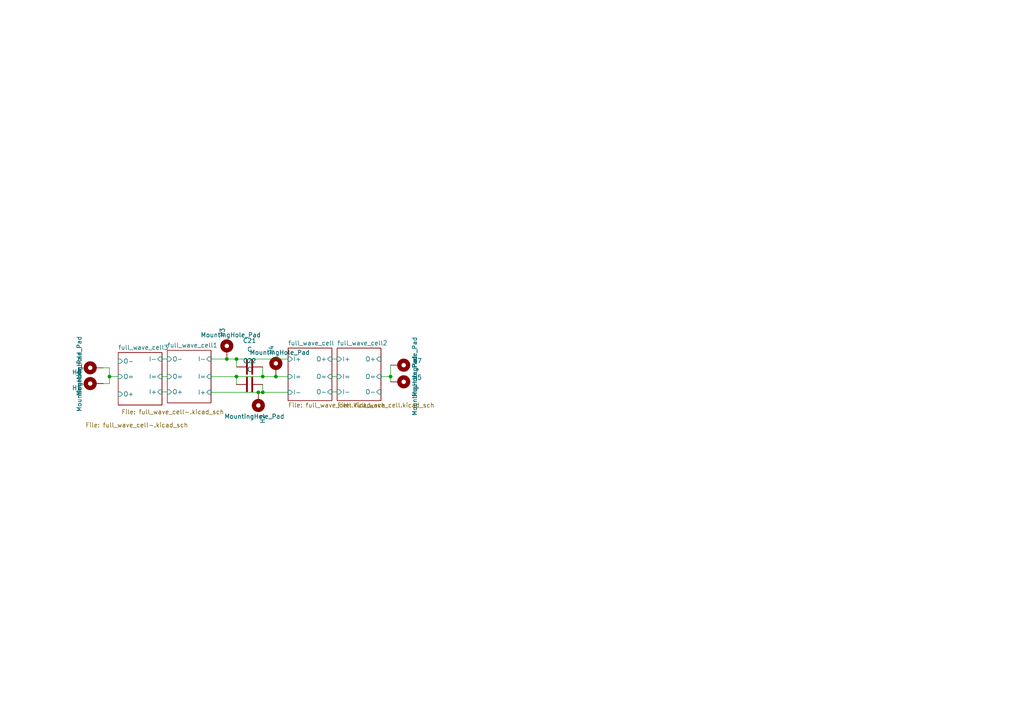
<source format=kicad_sch>
(kicad_sch (version 20230121) (generator eeschema)
  (paper "A4")
  (lib_symbols
    (symbol "Device:C" (pin_numbers hide) (pin_names (offset 0.254))
      (property "Reference" "C" (at 0.635 2.54 0))
      (property "Value" "C" (at 0.635 -2.54 0))
      (symbol "C_0_1"
        (polyline (pts (xy -2.032 -0.762) (xy 2.032 -0.762)) (stroke (width 0.508)))
        (polyline (pts (xy -2.032 0.762) (xy 2.032 0.762)) (stroke (width 0.508)))
      )
      (symbol "C_1_1"
        (pin passive line (at 0 3.81 270) (length 2.794) (name "~") (number "1"))
        (pin passive line (at 0 -3.81 90) (length 2.794) (name "~") (number "2"))
      )
    )
    (symbol "Mechanical:MountingHole_Pad" (pin_numbers hide) (pin_names (offset 1.016) hide)
      (property "Reference" "H" (at 0 6.35 0))
      (property "Value" "MountingHole_Pad" (at 0 4.445 0))
      (symbol "MountingHole_Pad_0_1"
        (circle (center 0 1.27) (radius 1.27) (stroke (width 1.27)))
      )
      (symbol "MountingHole_Pad_1_1"
        (pin input line (at 0 -2.54 90) (length 2.54) (name "1") (number "1"))
      )
    )
  )
  (junction (at 76.2 113.792))
  (junction (at 80.01 109.22))
  (junction (at 74.93 113.792))
  (junction (at 68.58 109.22))
  (junction (at 76.2 109.22))
  (junction (at 65.786 104.14))
  (junction (at 68.58 104.14))
  (junction (at 113.284 109.22))
  (junction (at 31.75 109.22))
  (wire (pts (xy 61.214 109.22) (xy 68.58 109.22)))
  (wire (pts (xy 61.214 113.792) (xy 74.93 113.792)))
  (wire (pts (xy 31.75 109.22) (xy 31.75 106.68)))
  (wire (pts (xy 76.2 109.22) (xy 80.01 109.22)))
  (wire (pts (xy 46.99 104.14) (xy 48.514 104.14)))
  (wire (pts (xy 113.284 109.22) (xy 113.284 110.744)))
  (wire (pts (xy 65.786 104.14) (xy 68.58 104.14)))
  (wire (pts (xy 61.214 104.14) (xy 65.786 104.14)))
  (wire (pts (xy 31.75 109.22) (xy 31.75 111.252)))
  (wire (pts (xy 83.566 113.792) (xy 76.2 113.792)))
  (wire (pts (xy 96.266 113.665) (xy 97.79 113.665)))
  (wire (pts (xy 74.93 113.792) (xy 76.2 113.792)))
  (wire (pts (xy 29.972 111.252) (xy 31.75 111.252)))
  (wire (pts (xy 46.99 113.665) (xy 48.514 113.665)))
  (wire (pts (xy 113.284 109.22) (xy 110.49 109.22)))
  (wire (pts (xy 34.29 109.22) (xy 31.75 109.22)))
  (wire (pts (xy 46.99 109.22) (xy 48.514 109.22)))
  (wire (pts (xy 68.58 109.22) (xy 68.58 111.506)))
  (wire (pts (xy 76.2 106.426) (xy 76.2 109.22)))
  (wire (pts (xy 113.284 105.918) (xy 113.284 109.22)))
  (wire (pts (xy 68.58 106.426) (xy 68.58 104.14)))
  (wire (pts (xy 76.2 113.792) (xy 76.2 111.506)))
  (wire (pts (xy 96.266 109.22) (xy 97.79 109.22)))
  (wire (pts (xy 68.58 109.22) (xy 76.2 109.22)))
  (wire (pts (xy 80.01 109.22) (xy 83.566 109.22)))
  (wire (pts (xy 96.266 104.14) (xy 97.79 104.14)))
  (wire (pts (xy 68.58 104.14) (xy 83.566 104.14)))
  (wire (pts (xy 29.972 106.68) (xy 31.75 106.68)))
  (symbol (lib_id "Mechanical:MountingHole_Pad") (at 74.93 116.332 180) (unit 1)
    (property "Reference" "H2" (at 76.2 120.142 90) (effects (justify left)))
    (property "Value" "MountingHole_Pad" (at 82.55 120.777 0) (effects (justify left)))
    (property "Footprint" "custom_assets_mit:hv_clip_pth_6mm" (effects hide))
  )
  (symbol (lib_id "Device:C") (at 72.39 106.426 270) (unit 1)
    (property "Reference" "C21" (at 72.39 98.806 90))
    (property "Value" "C" (at 72.39 101.346 90))
    (property "Footprint" "Capacitor_SMD:C_1812_4532Metric" (effects hide))
  )
  (symbol (lib_id "Mechanical:MountingHole_Pad") (at 80.01 106.68 0) (unit 1)
    (property "Reference" "H4" (at 78.74 102.87 90) (effects (justify left)))
    (property "Value" "MountingHole_Pad" (at 72.39 102.235 0) (effects (justify left)))
    (property "Footprint" "custom_assets_mit:hv_clip_pth_6mm" (effects hide))
  )
  (symbol (lib_id "Mechanical:MountingHole_Pad") (at 27.432 111.252 90) (unit 1)
    (property "Reference" "H1" (at 23.622 112.522 90) (effects (justify left)))
    (property "Value" "MountingHole_Pad" (at 22.987 119.507 0) (effects (justify left)))
    (property "Footprint" "custom_assets_mit:hv_clip_pth_6mm" (effects hide))
  )
  (symbol (lib_id "Mechanical:MountingHole_Pad") (at 27.432 106.68 90) (unit 1)
    (property "Reference" "H6" (at 23.622 107.95 90) (effects (justify left)))
    (property "Value" "MountingHole_Pad" (at 22.987 114.935 0) (effects (justify left)))
    (property "Footprint" "custom_assets_mit:output_pad_4mm" (effects hide))
  )
  (symbol (lib_id "Device:C") (at 72.39 111.506 90) (unit 1)
    (property "Reference" "C22" (at 72.39 104.648 90))
    (property "Value" "C" (at 72.39 107.188 90))
    (property "Footprint" "Capacitor_SMD:C_1812_4532Metric" (effects hide))
  )
  (symbol (lib_id "Mechanical:MountingHole_Pad") (at 115.824 110.744 270) (unit 1)
    (property "Reference" "H5" (at 119.634 109.474 90) (effects (justify left)))
    (property "Value" "MountingHole_Pad" (at 120.269 103.124 0) (effects (justify left)))
    (property "Footprint" "custom_assets_mit:hv_clip_pth_6mm" (effects hide))
  )
  (symbol (lib_id "Mechanical:MountingHole_Pad") (at 65.786 101.6 0) (unit 1)
    (property "Reference" "H3" (at 64.516 97.79 90) (effects (justify left)))
    (property "Value" "MountingHole_Pad" (at 58.166 97.155 0) (effects (justify left)))
    (property "Footprint" "custom_assets_mit:hv_clip_pth_6mm" (effects hide))
  )
  (symbol (lib_id "Mechanical:MountingHole_Pad") (at 115.824 105.918 270) (unit 1)
    (property "Reference" "H7" (at 119.634 104.648 90) (effects (justify left)))
    (property "Value" "MountingHole_Pad" (at 120.269 97.663 0) (effects (justify left)))
    (property "Footprint" "custom_assets_mit:output_pad_4mm" (effects hide))
  )
  (sheet (at 97.79 100.965) (size 12.7 15.24) (stroke (width 0.1524))
    (property "Sheetname" "full_wave_cell2" (at 97.79 100.2534 0) (effects (justify left bottom)))
    (property "Sheetfile" "full_wave_cell.kicad_sch" (at 97.79 116.7896 0) (effects (justify left top)))
    (pin "I+" input (at 97.79 104.14 180))
    (pin "O-" input (at 110.49 113.665 0))
    (pin "I-" input (at 97.79 113.665 180))
    (pin "I=" input (at 97.79 109.22 180))
    (pin "O+" input (at 110.49 104.14 0))
    (pin "O=" input (at 110.49 109.22 0))
  )
  (sheet (at 48.514 101.6) (size 12.7 15.24) (stroke (width 0.1524))
    (property "Sheetname" "full_wave_cell1" (at 48.514 100.8884 0) (effects (justify left bottom)))
    (property "Sheetfile" "full_wave_cell-.kicad_sch" (at 35.179 118.745 0) (effects (justify left top)))
    (pin "I+" input (at 61.214 113.792 0))
    (pin "O-" input (at 48.514 104.14 180))
    (pin "I-" input (at 61.214 104.14 0))
    (pin "I=" input (at 61.214 109.22 0))
    (pin "O+" input (at 48.514 113.665 180))
    (pin "O=" input (at 48.514 109.22 180))
  )
  (sheet (at 34.29 102.235) (size 12.7 15.24) (stroke (width 0.1524))
    (property "Sheetname" "full_wave_cell3" (at 34.29 101.5234 0) (effects (justify left bottom)))
    (property "Sheetfile" "full_wave_cell-.kicad_sch" (at 24.765 122.555 0) (effects (justify left top)))
    (pin "I+" input (at 46.99 113.665 0))
    (pin "O-" input (at 34.29 104.775 180))
    (pin "I-" input (at 46.99 104.14 0))
    (pin "I=" input (at 46.99 109.22 0))
    (pin "O+" input (at 34.29 114.3 180))
    (pin "O=" input (at 34.29 109.22 180))
  )
  (sheet (at 83.566 100.965) (size 12.7 15.24) (stroke (width 0.1524))
    (property "Sheetname" "full_wave_cell" (at 83.566 100.2534 0) (effects (justify left bottom)))
    (property "Sheetfile" "full_wave_cell.kicad_sch" (at 83.566 116.7896 0) (effects (justify left top)))
    (pin "I+" input (at 83.566 104.14 180))
    (pin "O-" input (at 96.266 113.665 0))
    (pin "I-" input (at 83.566 113.792 180))
    (pin "I=" input (at 83.566 109.22 180))
    (pin "O+" input (at 96.266 104.14 0))
    (pin "O=" input (at 96.266 109.22 0))
  )
)
</source>
